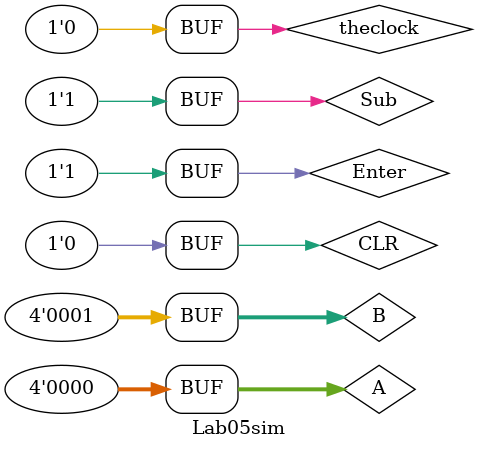
<source format=sv>
`timescale 1ns / 1ps


module Lab05sim(

    );
    logic [3:0]A;
    logic [3:0]B;
    logic theclock;
    logic Sub;
    logic Enter;
    logic CLR;
    logic [7:0]seg;
    logic [3:0]an;
    Lab05 Labl_inst(.A(A), .B(B), .theclock(theclock), .Sub(Sub), .Enter(Enter), .CLR(CLR), .seg(seg), .an(an));
    always
    begin
    
    theclock = 1;
    #5;
    theclock = 0;
    #5;
    
    end
    
    
    initial
    begin    
    A= 4'b0001; B=4'b0101; Sub=0; Enter = 1; CLR = 0;  //1
    #10
    A= 4'b1111; B=4'b1101; Sub=0; Enter = 1; CLR = 0; //2
    #10
    A= 4'b0011; B=4'b1011; Sub=0; Enter = 1; CLR = 0; //3 
    #10
    A= 4'b1000; B=4'b0100; Sub=0; Enter = 1; CLR = 0; //4
    #10
    A= 4'b0011; B=4'b0111; Sub=0; Enter = 1; CLR = 0; //5
    #10
    A= 4'b1100; B=4'b1001; Sub=0; Enter = 1; CLR = 0;//6 
    #10
    A= 4'b0000; B=4'b0000; Sub=0; Enter = 1; CLR = 0;//7
    #10
    A= 4'b0101; B=4'b0000; Sub=0; Enter = 1; CLR = 0;//8
    #10
    A= 4'b0000; B=4'b0110; Sub=0; Enter = 1; CLR = 0;//9
    #10
    A= 4'b0100; B=4'b1101; Sub=1; Enter = 1; CLR = 0;//10
    #10
    A= 4'b1010; B=4'b0010; Sub=1; Enter = 1; CLR = 0;//11
    #10
    A= 4'b0101; B=4'b0011; Sub=1; Enter = 1; CLR = 0;//12
    #10
    A= 4'b1001; B=4'b1110; Sub=1; Enter = 1; CLR = 0;//13
    #10
    A= 4'b0100; B=4'b1001; Sub=1; Enter = 1; CLR = 0;//14
    #10
    A= 4'b1010; B=4'b0110; Sub=1; Enter = 1; CLR = 0;//15
    #10
    A= 4'b0000; B=4'b0000; Sub=1; Enter = 1; CLR = 0;//16
    #10
    A= 4'b0110; B=4'b0000; Sub=1; Enter = 1; CLR = 0;//17
    #10
    A= 4'b0000; B=4'b0001; Sub=1; Enter = 1; CLR = 0;//17
    
    end

endmodule

</source>
